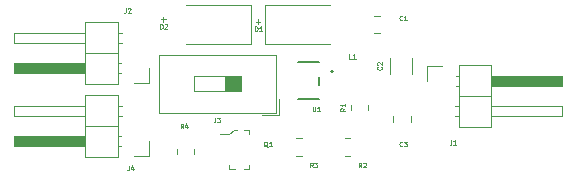
<source format=gbr>
%TF.GenerationSoftware,KiCad,Pcbnew,9.0.6*%
%TF.CreationDate,2026-01-10T22:29:01+00:00*%
%TF.ProjectId,Tiny_Solar_Power_Supply002,54696e79-5f53-46f6-9c61-725f506f7765,rev?*%
%TF.SameCoordinates,Original*%
%TF.FileFunction,Legend,Top*%
%TF.FilePolarity,Positive*%
%FSLAX46Y46*%
G04 Gerber Fmt 4.6, Leading zero omitted, Abs format (unit mm)*
G04 Created by KiCad (PCBNEW 9.0.6) date 2026-01-10 22:29:01*
%MOMM*%
%LPD*%
G01*
G04 APERTURE LIST*
%ADD10C,0.100000*%
%ADD11C,0.152400*%
%ADD12C,0.120000*%
G04 APERTURE END LIST*
D10*
X125694836Y-92743133D02*
X126075789Y-92743133D01*
X125885312Y-92933609D02*
X125885312Y-92552657D01*
X117685236Y-92554733D02*
X118066189Y-92554733D01*
X117875712Y-92745209D02*
X117875712Y-92364257D01*
X130520238Y-99954847D02*
X130520238Y-100278657D01*
X130520238Y-100278657D02*
X130539285Y-100316752D01*
X130539285Y-100316752D02*
X130558333Y-100335800D01*
X130558333Y-100335800D02*
X130596428Y-100354847D01*
X130596428Y-100354847D02*
X130672619Y-100354847D01*
X130672619Y-100354847D02*
X130710714Y-100335800D01*
X130710714Y-100335800D02*
X130729761Y-100316752D01*
X130729761Y-100316752D02*
X130748809Y-100278657D01*
X130748809Y-100278657D02*
X130748809Y-99954847D01*
X131148809Y-100354847D02*
X130920238Y-100354847D01*
X131034524Y-100354847D02*
X131034524Y-99954847D01*
X131034524Y-99954847D02*
X130996428Y-100011990D01*
X130996428Y-100011990D02*
X130958333Y-100050085D01*
X130958333Y-100050085D02*
X130920238Y-100069133D01*
X133833333Y-95884847D02*
X133642857Y-95884847D01*
X133642857Y-95884847D02*
X133642857Y-95484847D01*
X134176190Y-95884847D02*
X133947619Y-95884847D01*
X134061905Y-95884847D02*
X134061905Y-95484847D01*
X134061905Y-95484847D02*
X134023809Y-95541990D01*
X134023809Y-95541990D02*
X133985714Y-95580085D01*
X133985714Y-95580085D02*
X133947619Y-95599133D01*
X125637962Y-93550247D02*
X125637962Y-93150247D01*
X125637962Y-93150247D02*
X125733200Y-93150247D01*
X125733200Y-93150247D02*
X125790343Y-93169295D01*
X125790343Y-93169295D02*
X125828438Y-93207390D01*
X125828438Y-93207390D02*
X125847485Y-93245485D01*
X125847485Y-93245485D02*
X125866533Y-93321676D01*
X125866533Y-93321676D02*
X125866533Y-93378819D01*
X125866533Y-93378819D02*
X125847485Y-93455009D01*
X125847485Y-93455009D02*
X125828438Y-93493104D01*
X125828438Y-93493104D02*
X125790343Y-93531200D01*
X125790343Y-93531200D02*
X125733200Y-93550247D01*
X125733200Y-93550247D02*
X125637962Y-93550247D01*
X126247485Y-93550247D02*
X126018914Y-93550247D01*
X126133200Y-93550247D02*
X126133200Y-93150247D01*
X126133200Y-93150247D02*
X126095104Y-93207390D01*
X126095104Y-93207390D02*
X126057009Y-93245485D01*
X126057009Y-93245485D02*
X126018914Y-93264533D01*
X136351752Y-96566666D02*
X136370800Y-96585714D01*
X136370800Y-96585714D02*
X136389847Y-96642856D01*
X136389847Y-96642856D02*
X136389847Y-96680952D01*
X136389847Y-96680952D02*
X136370800Y-96738095D01*
X136370800Y-96738095D02*
X136332704Y-96776190D01*
X136332704Y-96776190D02*
X136294609Y-96795237D01*
X136294609Y-96795237D02*
X136218419Y-96814285D01*
X136218419Y-96814285D02*
X136161276Y-96814285D01*
X136161276Y-96814285D02*
X136085085Y-96795237D01*
X136085085Y-96795237D02*
X136046990Y-96776190D01*
X136046990Y-96776190D02*
X136008895Y-96738095D01*
X136008895Y-96738095D02*
X135989847Y-96680952D01*
X135989847Y-96680952D02*
X135989847Y-96642856D01*
X135989847Y-96642856D02*
X136008895Y-96585714D01*
X136008895Y-96585714D02*
X136027942Y-96566666D01*
X136027942Y-96414285D02*
X136008895Y-96395237D01*
X136008895Y-96395237D02*
X135989847Y-96357142D01*
X135989847Y-96357142D02*
X135989847Y-96261904D01*
X135989847Y-96261904D02*
X136008895Y-96223809D01*
X136008895Y-96223809D02*
X136027942Y-96204761D01*
X136027942Y-96204761D02*
X136066038Y-96185714D01*
X136066038Y-96185714D02*
X136104133Y-96185714D01*
X136104133Y-96185714D02*
X136161276Y-96204761D01*
X136161276Y-96204761D02*
X136389847Y-96433333D01*
X136389847Y-96433333D02*
X136389847Y-96185714D01*
X130540133Y-105081847D02*
X130406800Y-104891371D01*
X130311562Y-105081847D02*
X130311562Y-104681847D01*
X130311562Y-104681847D02*
X130463943Y-104681847D01*
X130463943Y-104681847D02*
X130502038Y-104700895D01*
X130502038Y-104700895D02*
X130521085Y-104719942D01*
X130521085Y-104719942D02*
X130540133Y-104758038D01*
X130540133Y-104758038D02*
X130540133Y-104815180D01*
X130540133Y-104815180D02*
X130521085Y-104853276D01*
X130521085Y-104853276D02*
X130502038Y-104872323D01*
X130502038Y-104872323D02*
X130463943Y-104891371D01*
X130463943Y-104891371D02*
X130311562Y-104891371D01*
X130673466Y-104681847D02*
X130921085Y-104681847D01*
X130921085Y-104681847D02*
X130787752Y-104834228D01*
X130787752Y-104834228D02*
X130844895Y-104834228D01*
X130844895Y-104834228D02*
X130882990Y-104853276D01*
X130882990Y-104853276D02*
X130902038Y-104872323D01*
X130902038Y-104872323D02*
X130921085Y-104910419D01*
X130921085Y-104910419D02*
X130921085Y-105005657D01*
X130921085Y-105005657D02*
X130902038Y-105043752D01*
X130902038Y-105043752D02*
X130882990Y-105062800D01*
X130882990Y-105062800D02*
X130844895Y-105081847D01*
X130844895Y-105081847D02*
X130730609Y-105081847D01*
X130730609Y-105081847D02*
X130692514Y-105062800D01*
X130692514Y-105062800D02*
X130673466Y-105043752D01*
X138109333Y-103265752D02*
X138090285Y-103284800D01*
X138090285Y-103284800D02*
X138033143Y-103303847D01*
X138033143Y-103303847D02*
X137995047Y-103303847D01*
X137995047Y-103303847D02*
X137937904Y-103284800D01*
X137937904Y-103284800D02*
X137899809Y-103246704D01*
X137899809Y-103246704D02*
X137880762Y-103208609D01*
X137880762Y-103208609D02*
X137861714Y-103132419D01*
X137861714Y-103132419D02*
X137861714Y-103075276D01*
X137861714Y-103075276D02*
X137880762Y-102999085D01*
X137880762Y-102999085D02*
X137899809Y-102960990D01*
X137899809Y-102960990D02*
X137937904Y-102922895D01*
X137937904Y-102922895D02*
X137995047Y-102903847D01*
X137995047Y-102903847D02*
X138033143Y-102903847D01*
X138033143Y-102903847D02*
X138090285Y-102922895D01*
X138090285Y-102922895D02*
X138109333Y-102941942D01*
X138242666Y-102903847D02*
X138490285Y-102903847D01*
X138490285Y-102903847D02*
X138356952Y-103056228D01*
X138356952Y-103056228D02*
X138414095Y-103056228D01*
X138414095Y-103056228D02*
X138452190Y-103075276D01*
X138452190Y-103075276D02*
X138471238Y-103094323D01*
X138471238Y-103094323D02*
X138490285Y-103132419D01*
X138490285Y-103132419D02*
X138490285Y-103227657D01*
X138490285Y-103227657D02*
X138471238Y-103265752D01*
X138471238Y-103265752D02*
X138452190Y-103284800D01*
X138452190Y-103284800D02*
X138414095Y-103303847D01*
X138414095Y-103303847D02*
X138299809Y-103303847D01*
X138299809Y-103303847D02*
X138261714Y-103284800D01*
X138261714Y-103284800D02*
X138242666Y-103265752D01*
X134654933Y-105081847D02*
X134521600Y-104891371D01*
X134426362Y-105081847D02*
X134426362Y-104681847D01*
X134426362Y-104681847D02*
X134578743Y-104681847D01*
X134578743Y-104681847D02*
X134616838Y-104700895D01*
X134616838Y-104700895D02*
X134635885Y-104719942D01*
X134635885Y-104719942D02*
X134654933Y-104758038D01*
X134654933Y-104758038D02*
X134654933Y-104815180D01*
X134654933Y-104815180D02*
X134635885Y-104853276D01*
X134635885Y-104853276D02*
X134616838Y-104872323D01*
X134616838Y-104872323D02*
X134578743Y-104891371D01*
X134578743Y-104891371D02*
X134426362Y-104891371D01*
X134807314Y-104719942D02*
X134826362Y-104700895D01*
X134826362Y-104700895D02*
X134864457Y-104681847D01*
X134864457Y-104681847D02*
X134959695Y-104681847D01*
X134959695Y-104681847D02*
X134997790Y-104700895D01*
X134997790Y-104700895D02*
X135016838Y-104719942D01*
X135016838Y-104719942D02*
X135035885Y-104758038D01*
X135035885Y-104758038D02*
X135035885Y-104796133D01*
X135035885Y-104796133D02*
X135016838Y-104853276D01*
X135016838Y-104853276D02*
X134788266Y-105081847D01*
X134788266Y-105081847D02*
X135035885Y-105081847D01*
X142266666Y-102779847D02*
X142266666Y-103065561D01*
X142266666Y-103065561D02*
X142247619Y-103122704D01*
X142247619Y-103122704D02*
X142209523Y-103160800D01*
X142209523Y-103160800D02*
X142152381Y-103179847D01*
X142152381Y-103179847D02*
X142114285Y-103179847D01*
X142666666Y-103179847D02*
X142438095Y-103179847D01*
X142552381Y-103179847D02*
X142552381Y-102779847D01*
X142552381Y-102779847D02*
X142514285Y-102836990D01*
X142514285Y-102836990D02*
X142476190Y-102875085D01*
X142476190Y-102875085D02*
X142438095Y-102894133D01*
X114716666Y-91604847D02*
X114716666Y-91890561D01*
X114716666Y-91890561D02*
X114697619Y-91947704D01*
X114697619Y-91947704D02*
X114659523Y-91985800D01*
X114659523Y-91985800D02*
X114602381Y-92004847D01*
X114602381Y-92004847D02*
X114564285Y-92004847D01*
X114888095Y-91642942D02*
X114907143Y-91623895D01*
X114907143Y-91623895D02*
X114945238Y-91604847D01*
X114945238Y-91604847D02*
X115040476Y-91604847D01*
X115040476Y-91604847D02*
X115078571Y-91623895D01*
X115078571Y-91623895D02*
X115097619Y-91642942D01*
X115097619Y-91642942D02*
X115116666Y-91681038D01*
X115116666Y-91681038D02*
X115116666Y-91719133D01*
X115116666Y-91719133D02*
X115097619Y-91776276D01*
X115097619Y-91776276D02*
X114869047Y-92004847D01*
X114869047Y-92004847D02*
X115116666Y-92004847D01*
X126707904Y-103341942D02*
X126669809Y-103322895D01*
X126669809Y-103322895D02*
X126631714Y-103284800D01*
X126631714Y-103284800D02*
X126574571Y-103227657D01*
X126574571Y-103227657D02*
X126536476Y-103208609D01*
X126536476Y-103208609D02*
X126498380Y-103208609D01*
X126517428Y-103303847D02*
X126479333Y-103284800D01*
X126479333Y-103284800D02*
X126441238Y-103246704D01*
X126441238Y-103246704D02*
X126422190Y-103170514D01*
X126422190Y-103170514D02*
X126422190Y-103037180D01*
X126422190Y-103037180D02*
X126441238Y-102960990D01*
X126441238Y-102960990D02*
X126479333Y-102922895D01*
X126479333Y-102922895D02*
X126517428Y-102903847D01*
X126517428Y-102903847D02*
X126593619Y-102903847D01*
X126593619Y-102903847D02*
X126631714Y-102922895D01*
X126631714Y-102922895D02*
X126669809Y-102960990D01*
X126669809Y-102960990D02*
X126688857Y-103037180D01*
X126688857Y-103037180D02*
X126688857Y-103170514D01*
X126688857Y-103170514D02*
X126669809Y-103246704D01*
X126669809Y-103246704D02*
X126631714Y-103284800D01*
X126631714Y-103284800D02*
X126593619Y-103303847D01*
X126593619Y-103303847D02*
X126517428Y-103303847D01*
X127069809Y-103303847D02*
X126841238Y-103303847D01*
X126955524Y-103303847D02*
X126955524Y-102903847D01*
X126955524Y-102903847D02*
X126917428Y-102960990D01*
X126917428Y-102960990D02*
X126879333Y-102999085D01*
X126879333Y-102999085D02*
X126841238Y-103018133D01*
X122294666Y-100871847D02*
X122294666Y-101157561D01*
X122294666Y-101157561D02*
X122275619Y-101214704D01*
X122275619Y-101214704D02*
X122237523Y-101252800D01*
X122237523Y-101252800D02*
X122180381Y-101271847D01*
X122180381Y-101271847D02*
X122142285Y-101271847D01*
X122447047Y-100871847D02*
X122694666Y-100871847D01*
X122694666Y-100871847D02*
X122561333Y-101024228D01*
X122561333Y-101024228D02*
X122618476Y-101024228D01*
X122618476Y-101024228D02*
X122656571Y-101043276D01*
X122656571Y-101043276D02*
X122675619Y-101062323D01*
X122675619Y-101062323D02*
X122694666Y-101100419D01*
X122694666Y-101100419D02*
X122694666Y-101195657D01*
X122694666Y-101195657D02*
X122675619Y-101233752D01*
X122675619Y-101233752D02*
X122656571Y-101252800D01*
X122656571Y-101252800D02*
X122618476Y-101271847D01*
X122618476Y-101271847D02*
X122504190Y-101271847D01*
X122504190Y-101271847D02*
X122466095Y-101252800D01*
X122466095Y-101252800D02*
X122447047Y-101233752D01*
X119567333Y-101779847D02*
X119434000Y-101589371D01*
X119338762Y-101779847D02*
X119338762Y-101379847D01*
X119338762Y-101379847D02*
X119491143Y-101379847D01*
X119491143Y-101379847D02*
X119529238Y-101398895D01*
X119529238Y-101398895D02*
X119548285Y-101417942D01*
X119548285Y-101417942D02*
X119567333Y-101456038D01*
X119567333Y-101456038D02*
X119567333Y-101513180D01*
X119567333Y-101513180D02*
X119548285Y-101551276D01*
X119548285Y-101551276D02*
X119529238Y-101570323D01*
X119529238Y-101570323D02*
X119491143Y-101589371D01*
X119491143Y-101589371D02*
X119338762Y-101589371D01*
X119910190Y-101513180D02*
X119910190Y-101779847D01*
X119814952Y-101360800D02*
X119719714Y-101646514D01*
X119719714Y-101646514D02*
X119967333Y-101646514D01*
X117611562Y-93347047D02*
X117611562Y-92947047D01*
X117611562Y-92947047D02*
X117706800Y-92947047D01*
X117706800Y-92947047D02*
X117763943Y-92966095D01*
X117763943Y-92966095D02*
X117802038Y-93004190D01*
X117802038Y-93004190D02*
X117821085Y-93042285D01*
X117821085Y-93042285D02*
X117840133Y-93118476D01*
X117840133Y-93118476D02*
X117840133Y-93175619D01*
X117840133Y-93175619D02*
X117821085Y-93251809D01*
X117821085Y-93251809D02*
X117802038Y-93289904D01*
X117802038Y-93289904D02*
X117763943Y-93328000D01*
X117763943Y-93328000D02*
X117706800Y-93347047D01*
X117706800Y-93347047D02*
X117611562Y-93347047D01*
X117992514Y-92985142D02*
X118011562Y-92966095D01*
X118011562Y-92966095D02*
X118049657Y-92947047D01*
X118049657Y-92947047D02*
X118144895Y-92947047D01*
X118144895Y-92947047D02*
X118182990Y-92966095D01*
X118182990Y-92966095D02*
X118202038Y-92985142D01*
X118202038Y-92985142D02*
X118221085Y-93023238D01*
X118221085Y-93023238D02*
X118221085Y-93061333D01*
X118221085Y-93061333D02*
X118202038Y-93118476D01*
X118202038Y-93118476D02*
X117973466Y-93347047D01*
X117973466Y-93347047D02*
X118221085Y-93347047D01*
X133275847Y-100066666D02*
X133085371Y-100199999D01*
X133275847Y-100295237D02*
X132875847Y-100295237D01*
X132875847Y-100295237D02*
X132875847Y-100142856D01*
X132875847Y-100142856D02*
X132894895Y-100104761D01*
X132894895Y-100104761D02*
X132913942Y-100085714D01*
X132913942Y-100085714D02*
X132952038Y-100066666D01*
X132952038Y-100066666D02*
X133009180Y-100066666D01*
X133009180Y-100066666D02*
X133047276Y-100085714D01*
X133047276Y-100085714D02*
X133066323Y-100104761D01*
X133066323Y-100104761D02*
X133085371Y-100142856D01*
X133085371Y-100142856D02*
X133085371Y-100295237D01*
X133275847Y-99685714D02*
X133275847Y-99914285D01*
X133275847Y-99799999D02*
X132875847Y-99799999D01*
X132875847Y-99799999D02*
X132932990Y-99838095D01*
X132932990Y-99838095D02*
X132971085Y-99876190D01*
X132971085Y-99876190D02*
X132990133Y-99914285D01*
X138109333Y-92597752D02*
X138090285Y-92616800D01*
X138090285Y-92616800D02*
X138033143Y-92635847D01*
X138033143Y-92635847D02*
X137995047Y-92635847D01*
X137995047Y-92635847D02*
X137937904Y-92616800D01*
X137937904Y-92616800D02*
X137899809Y-92578704D01*
X137899809Y-92578704D02*
X137880762Y-92540609D01*
X137880762Y-92540609D02*
X137861714Y-92464419D01*
X137861714Y-92464419D02*
X137861714Y-92407276D01*
X137861714Y-92407276D02*
X137880762Y-92331085D01*
X137880762Y-92331085D02*
X137899809Y-92292990D01*
X137899809Y-92292990D02*
X137937904Y-92254895D01*
X137937904Y-92254895D02*
X137995047Y-92235847D01*
X137995047Y-92235847D02*
X138033143Y-92235847D01*
X138033143Y-92235847D02*
X138090285Y-92254895D01*
X138090285Y-92254895D02*
X138109333Y-92273942D01*
X138490285Y-92635847D02*
X138261714Y-92635847D01*
X138376000Y-92635847D02*
X138376000Y-92235847D01*
X138376000Y-92235847D02*
X138337904Y-92292990D01*
X138337904Y-92292990D02*
X138299809Y-92331085D01*
X138299809Y-92331085D02*
X138261714Y-92350133D01*
X114966666Y-104929847D02*
X114966666Y-105215561D01*
X114966666Y-105215561D02*
X114947619Y-105272704D01*
X114947619Y-105272704D02*
X114909523Y-105310800D01*
X114909523Y-105310800D02*
X114852381Y-105329847D01*
X114852381Y-105329847D02*
X114814285Y-105329847D01*
X115328571Y-105063180D02*
X115328571Y-105329847D01*
X115233333Y-104910800D02*
X115138095Y-105196514D01*
X115138095Y-105196514D02*
X115385714Y-105196514D01*
D11*
%TO.C,U1*%
X129273300Y-99324800D02*
X131076700Y-99324800D01*
X131076700Y-96175200D02*
X129273300Y-96175200D01*
X131076700Y-98087861D02*
X131076700Y-97412139D01*
%TO.C,L1*%
X132236300Y-96975000D02*
G75*
G02*
X132083900Y-96975000I-76200J0D01*
G01*
X132083900Y-96975000D02*
G75*
G02*
X132236300Y-96975000I76200J0D01*
G01*
D12*
%TO.C,D1*%
X126490000Y-91350000D02*
X126490000Y-94650000D01*
X126490000Y-91350000D02*
X132000000Y-91350000D01*
X126490000Y-94650000D02*
X132000000Y-94650000D01*
%TO.C,C2*%
X137090000Y-97211252D02*
X137090000Y-95788748D01*
X138910000Y-97211252D02*
X138910000Y-95788748D01*
%TO.C,R3*%
X129147936Y-102640000D02*
X129602064Y-102640000D01*
X129147936Y-104110000D02*
X129602064Y-104110000D01*
%TO.C,C3*%
X137365000Y-101261252D02*
X137365000Y-100738748D01*
X138835000Y-101261252D02*
X138835000Y-100738748D01*
%TO.C,R2*%
X133677064Y-102615000D02*
X133222936Y-102615000D01*
X133677064Y-104085000D02*
X133222936Y-104085000D01*
%TO.C,J1*%
X140230000Y-96520000D02*
X141500000Y-96520000D01*
X140230000Y-97790000D02*
X140230000Y-96520000D01*
X142577358Y-99900000D02*
X142890000Y-99900000D01*
X142577358Y-100760000D02*
X142890000Y-100760000D01*
X142660000Y-97360000D02*
X142890000Y-97360000D01*
X142660000Y-98220000D02*
X142890000Y-98220000D01*
X142890000Y-96410000D02*
X142890000Y-101710000D01*
X142890000Y-99060000D02*
X145650000Y-99060000D01*
X142890000Y-101710000D02*
X145650000Y-101710000D01*
X145650000Y-96410000D02*
X142890000Y-96410000D01*
X145650000Y-99900000D02*
X151650000Y-99900000D01*
X145650000Y-101710000D02*
X145650000Y-96410000D01*
X151650000Y-99900000D02*
X151650000Y-100760000D01*
X151650000Y-100760000D02*
X145650000Y-100760000D01*
X145650000Y-97360000D02*
X151650000Y-97360000D01*
X151650000Y-98220000D01*
X145650000Y-98220000D01*
X145650000Y-97360000D01*
G36*
X145650000Y-97360000D02*
G01*
X151650000Y-97360000D01*
X151650000Y-98220000D01*
X145650000Y-98220000D01*
X145650000Y-97360000D01*
G37*
%TO.C,J2*%
X105275000Y-99880000D02*
X111275000Y-99880000D01*
X105275000Y-100740000D02*
X105275000Y-99880000D01*
X111275000Y-98930000D02*
X111275000Y-104230000D01*
X111275000Y-100740000D02*
X105275000Y-100740000D01*
X111275000Y-104230000D02*
X114035000Y-104230000D01*
X114035000Y-98930000D02*
X111275000Y-98930000D01*
X114035000Y-101580000D02*
X111275000Y-101580000D01*
X114035000Y-104230000D02*
X114035000Y-98930000D01*
X114265000Y-102420000D02*
X114035000Y-102420000D01*
X114265000Y-103280000D02*
X114035000Y-103280000D01*
X114347642Y-99880000D02*
X114035000Y-99880000D01*
X114347642Y-100740000D02*
X114035000Y-100740000D01*
X116695000Y-102850000D02*
X116695000Y-104120000D01*
X116695000Y-104120000D02*
X115425000Y-104120000D01*
X111275000Y-103280000D02*
X105275000Y-103280000D01*
X105275000Y-102420000D01*
X111275000Y-102420000D01*
X111275000Y-103280000D01*
G36*
X111275000Y-103280000D02*
G01*
X105275000Y-103280000D01*
X105275000Y-102420000D01*
X111275000Y-102420000D01*
X111275000Y-103280000D01*
G37*
D10*
%TO.C,Q1*%
X123475000Y-102225000D02*
X123475000Y-102275000D01*
X123475000Y-102275000D02*
X122700000Y-102275000D01*
X123475000Y-105250000D02*
X123475000Y-104900000D01*
X123850000Y-101950000D02*
X123475000Y-102225000D01*
X123950000Y-105250000D02*
X123475000Y-105250000D01*
X124125000Y-101950000D02*
X123850000Y-101950000D01*
X124750000Y-101950000D02*
X125125000Y-101950000D01*
X125125000Y-101950000D02*
X125125000Y-102250000D01*
X125125000Y-104950000D02*
X125125000Y-105250000D01*
X125125000Y-105025000D02*
X125125000Y-104900000D01*
X125125000Y-105250000D02*
X124675000Y-105250000D01*
D12*
%TO.C,J3*%
X117515000Y-100445000D02*
X117515000Y-95605000D01*
X123141667Y-98660000D02*
X123141667Y-97390000D01*
X127415000Y-95605000D02*
X117515000Y-95605000D01*
X127415000Y-100445000D02*
X117515000Y-100445000D01*
X127415000Y-100445000D02*
X127415000Y-95605000D01*
X127655000Y-100685000D02*
X126272000Y-100685000D01*
X127655000Y-100685000D02*
X127655000Y-99302000D01*
X124495000Y-98660000D02*
X120435000Y-98660000D01*
X120435000Y-97390000D01*
X124495000Y-97390000D01*
X124495000Y-98660000D01*
X124495000Y-98660000D02*
X123141667Y-98660000D01*
X123141667Y-97390000D01*
X124495000Y-97390000D01*
X124495000Y-98660000D01*
G36*
X124495000Y-98660000D02*
G01*
X123141667Y-98660000D01*
X123141667Y-97390000D01*
X124495000Y-97390000D01*
X124495000Y-98660000D01*
G37*
%TO.C,R4*%
X119040000Y-103497936D02*
X119040000Y-103952064D01*
X120510000Y-103497936D02*
X120510000Y-103952064D01*
%TO.C,D2*%
X125317500Y-91330000D02*
X119807500Y-91330000D01*
X125317500Y-94630000D02*
X119807500Y-94630000D01*
X125317500Y-94630000D02*
X125317500Y-91330000D01*
%TO.C,R1*%
X133765000Y-99772936D02*
X133765000Y-100227064D01*
X135235000Y-99772936D02*
X135235000Y-100227064D01*
%TO.C,C1*%
X136261252Y-92265000D02*
X135738748Y-92265000D01*
X136261252Y-93735000D02*
X135738748Y-93735000D01*
%TO.C,J4*%
X105275000Y-93705000D02*
X111275000Y-93705000D01*
X105275000Y-94565000D02*
X105275000Y-93705000D01*
X111275000Y-92755000D02*
X111275000Y-98055000D01*
X111275000Y-94565000D02*
X105275000Y-94565000D01*
X111275000Y-98055000D02*
X114035000Y-98055000D01*
X114035000Y-92755000D02*
X111275000Y-92755000D01*
X114035000Y-95405000D02*
X111275000Y-95405000D01*
X114035000Y-98055000D02*
X114035000Y-92755000D01*
X114265000Y-96245000D02*
X114035000Y-96245000D01*
X114265000Y-97105000D02*
X114035000Y-97105000D01*
X114347642Y-93705000D02*
X114035000Y-93705000D01*
X114347642Y-94565000D02*
X114035000Y-94565000D01*
X116695000Y-96675000D02*
X116695000Y-97945000D01*
X116695000Y-97945000D02*
X115425000Y-97945000D01*
X111275000Y-97105000D02*
X105275000Y-97105000D01*
X105275000Y-96245000D01*
X111275000Y-96245000D01*
X111275000Y-97105000D01*
G36*
X111275000Y-97105000D02*
G01*
X105275000Y-97105000D01*
X105275000Y-96245000D01*
X111275000Y-96245000D01*
X111275000Y-97105000D01*
G37*
%TD*%
M02*

</source>
